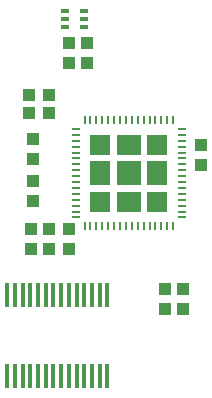
<source format=gbp>
%FSAX42Y42*%
%MOMM*%
G71*
G01*
G75*
G04 Layer_Color=128*
%ADD10R,0.87X0.87*%
%ADD11R,1.10X1.00*%
%ADD12R,1.00X1.10*%
%ADD13R,3.40X2.15*%
%ADD14R,1.05X2.15*%
%ADD15R,1.05X2.15*%
%ADD16R,0.50X2.10*%
%ADD17R,1.70X1.25*%
%ADD18R,1.25X1.70*%
%ADD19C,0.25*%
%ADD20C,2.50*%
%ADD21R,1.50X1.50*%
%ADD22C,1.50*%
%ADD23C,1.52*%
%ADD24C,1.20*%
%ADD25O,1.65X4.00*%
%ADD26C,1.40*%
%ADD27P,1.52X8X112.5*%
%ADD28C,3.00*%
%ADD29C,1.27*%
%ADD30O,0.40X2.10*%
%ADD31R,0.80X0.35*%
%ADD32O,0.80X0.28*%
%ADD33O,0.28X0.80*%
%ADD34R,7.65X7.65*%
%ADD35C,0.20*%
%ADD36C,0.25*%
%ADD37C,0.60*%
%ADD38R,1.80X1.80*%
%ADD39R,2.00X1.80*%
%ADD40R,1.80X2.00*%
%ADD41O,0.74X0.22*%
%ADD42O,0.22X0.74*%
%ADD43R,2.05X2.05*%
D11*
X003184Y005791D02*
D03*
Y005944D02*
D03*
X003014D02*
D03*
Y005791D02*
D03*
D12*
X004166Y004131D02*
D03*
Y004301D02*
D03*
X004318D02*
D03*
Y004131D02*
D03*
X003353Y004639D02*
D03*
Y004809D02*
D03*
X003048Y005046D02*
D03*
X003181Y004810D02*
D03*
Y004640D02*
D03*
X003029D02*
D03*
Y004810D02*
D03*
X003048Y005216D02*
D03*
Y005401D02*
D03*
Y005571D02*
D03*
X003353Y006214D02*
D03*
X003505D02*
D03*
Y006384D02*
D03*
X003353D02*
D03*
X004470Y005521D02*
D03*
Y005351D02*
D03*
D30*
X003609Y003567D02*
D03*
X003674D02*
D03*
X003544D02*
D03*
X003479D02*
D03*
X003414D02*
D03*
X003349D02*
D03*
X003284D02*
D03*
X003219D02*
D03*
X003154D02*
D03*
X003089D02*
D03*
X003024D02*
D03*
X002959D02*
D03*
X002894D02*
D03*
X002829D02*
D03*
X003349Y004257D02*
D03*
X003414D02*
D03*
X003479D02*
D03*
X003544D02*
D03*
X003609D02*
D03*
X003674D02*
D03*
X003284D02*
D03*
X003219D02*
D03*
X003154D02*
D03*
X003089D02*
D03*
X003024D02*
D03*
X002959D02*
D03*
X002894D02*
D03*
X002829D02*
D03*
D31*
X003320Y006525D02*
D03*
Y006590D02*
D03*
X003480D02*
D03*
Y006525D02*
D03*
Y006655D02*
D03*
X003320D02*
D03*
D38*
X004097Y005045D02*
D03*
Y005525D02*
D03*
X003617D02*
D03*
Y005045D02*
D03*
D39*
X003857Y005045D02*
D03*
Y005525D02*
D03*
D40*
X004097Y005285D02*
D03*
X003617D02*
D03*
D41*
X004307Y004910D02*
D03*
Y004960D02*
D03*
Y005010D02*
D03*
Y005060D02*
D03*
Y005110D02*
D03*
Y005160D02*
D03*
Y005210D02*
D03*
Y005260D02*
D03*
Y005310D02*
D03*
Y005360D02*
D03*
X004308Y005410D02*
D03*
X004307Y005460D02*
D03*
Y005510D02*
D03*
Y005560D02*
D03*
Y005610D02*
D03*
X004308Y005660D02*
D03*
X003408Y005660D02*
D03*
Y005610D02*
D03*
Y005560D02*
D03*
Y005510D02*
D03*
Y005460D02*
D03*
Y005410D02*
D03*
Y005360D02*
D03*
Y005310D02*
D03*
Y005260D02*
D03*
Y005210D02*
D03*
Y005160D02*
D03*
Y005110D02*
D03*
Y005060D02*
D03*
Y005010D02*
D03*
Y004960D02*
D03*
Y004910D02*
D03*
D42*
X004082Y004835D02*
D03*
X004132D02*
D03*
X004183D02*
D03*
X004232D02*
D03*
X004032D02*
D03*
X003982D02*
D03*
X003932D02*
D03*
X003882D02*
D03*
X003833D02*
D03*
X003783D02*
D03*
X003733D02*
D03*
X003683D02*
D03*
X003633D02*
D03*
X003583D02*
D03*
X003532D02*
D03*
X003483D02*
D03*
X004082Y005735D02*
D03*
X004132D02*
D03*
X004183D02*
D03*
X004232D02*
D03*
X004032D02*
D03*
X003982D02*
D03*
X003932D02*
D03*
X003882D02*
D03*
X003833D02*
D03*
X003783D02*
D03*
X003733D02*
D03*
X003683D02*
D03*
X003633D02*
D03*
X003583D02*
D03*
X003532D02*
D03*
X003483D02*
D03*
D43*
X003858Y005285D02*
D03*
M02*

</source>
